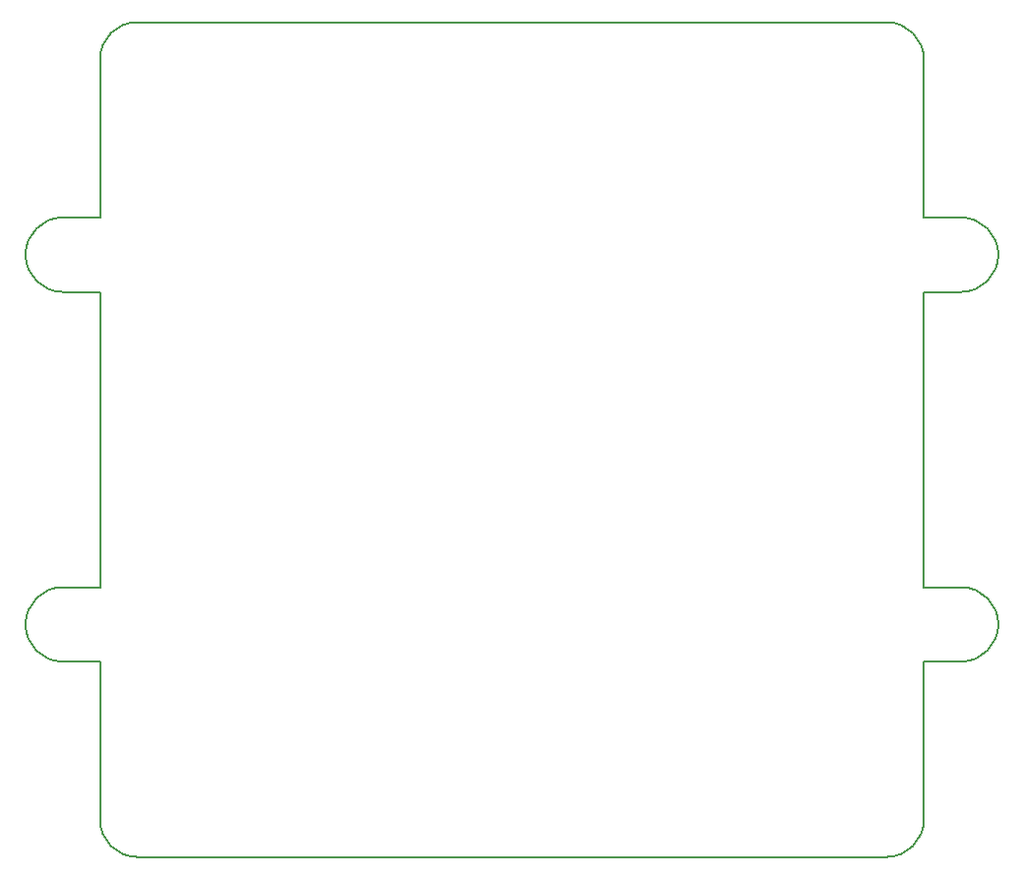
<source format=gbr>
%TF.GenerationSoftware,KiCad,Pcbnew,6.0.0-rc1-unknown-ee465fb~66~ubuntu18.04.1*%
%TF.CreationDate,2018-10-03T14:05:45-06:00*%
%TF.ProjectId,thelio-io,7468656C696F2D696F2E6B696361645F,rev?*%
%TF.SameCoordinates,Original*%
%TF.FileFunction,Profile,NP*%
%FSLAX46Y46*%
G04 Gerber Fmt 4.6, Leading zero omitted, Abs format (unit mm)*
G04 Created by KiCad (PCBNEW 6.0.0-rc1-unknown-ee465fb~66~ubuntu18.04.1) date Wed Oct  3 14:05:45 2018*
%MOMM*%
%LPD*%
G01*
G04 APERTURE LIST*
%ADD10C,0.200000*%
%ADD11C,0.150000*%
G04 APERTURE END LIST*
D10*
X70850000Y-55000000D02*
X74050000Y-55000000D01*
X74050000Y-48600000D02*
G75*
G02X77250000Y-51800000I0J-3200000D01*
G01*
X70850000Y-48600000D02*
X74050000Y-48600000D01*
X77250000Y-51800000D02*
G75*
G02X74050000Y-55000000I-3200000J0D01*
G01*
X74050000Y-16800000D02*
G75*
G02X77250000Y-20000000I0J-3200000D01*
G01*
X70850000Y-23200000D02*
X74050000Y-23200000D01*
X77250000Y-20000000D02*
G75*
G02X74050000Y-23200000I-3200000J0D01*
G01*
X70850000Y-16800000D02*
X74050000Y-16800000D01*
X-3200000Y-55000000D02*
G75*
G02X-6400000Y-51800000I0J3200000D01*
G01*
X0Y-48600000D02*
X-3200000Y-48600000D01*
X-6400000Y-51800000D02*
G75*
G02X-3200000Y-48600000I3200000J0D01*
G01*
X0Y-55000000D02*
X-3200000Y-55000000D01*
X0Y-16800000D02*
X-3200000Y-16800000D01*
X0Y-55000000D02*
X0Y-68600000D01*
X0Y-16800000D02*
X0Y-3200000D01*
X-3200000Y-23200000D02*
G75*
G02X-6400000Y-20000000I0J3200000D01*
G01*
X0Y-23200000D02*
X-3200000Y-23200000D01*
X-6400000Y-20000000D02*
G75*
G02X-3200000Y-16800000I3200000J0D01*
G01*
X0Y-23200000D02*
X0Y-48600000D01*
X70850000Y-48600000D02*
X70850000Y-23200000D01*
X70850000Y-55000000D02*
X70850000Y-68600000D01*
X70850000Y-16800000D02*
X70850000Y-3200000D01*
D11*
X70850000Y-68600000D02*
G75*
G02X67650000Y-71800000I-3200000J0D01*
G01*
D10*
X3200000Y-71800000D02*
G75*
G02X0Y-68600000I0J3200000D01*
G01*
X67650000Y-71800000D02*
X3200000Y-71800000D01*
X0Y-3200000D02*
G75*
G02X3200000Y0I3200000J0D01*
G01*
X67650000Y0D02*
G75*
G02X70850000Y-3200000I0J-3200000D01*
G01*
X3200000Y0D02*
X67650000Y0D01*
M02*

</source>
